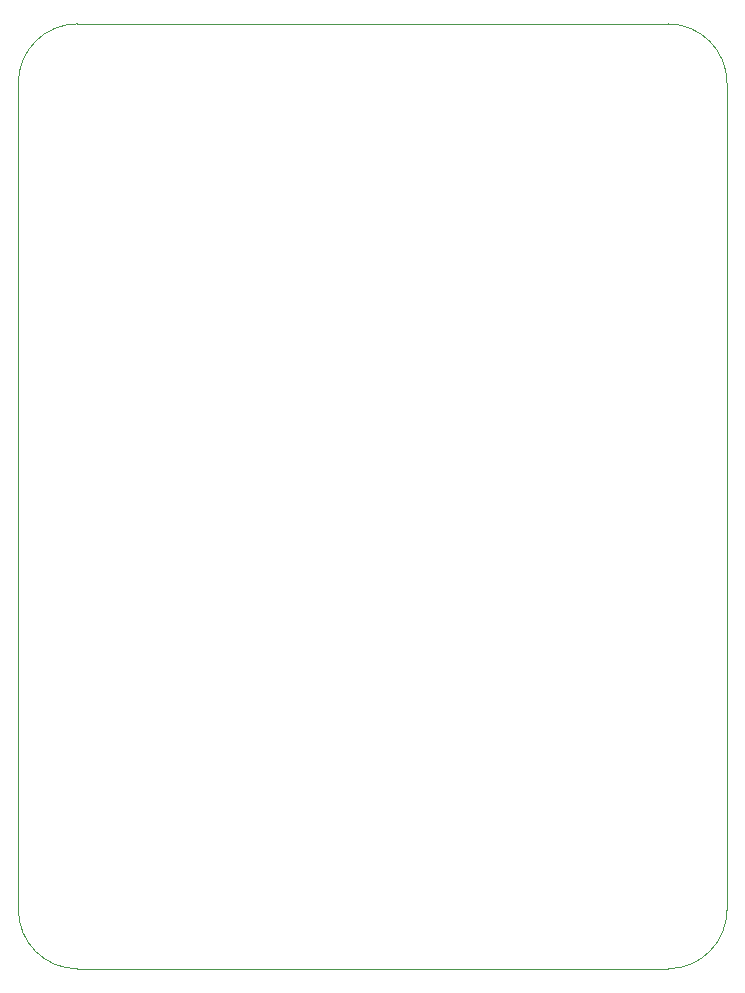
<source format=gbr>
%TF.GenerationSoftware,KiCad,Pcbnew,7.0.1-3b83917a11~172~ubuntu22.04.1*%
%TF.CreationDate,2023-03-21T01:48:30+08:00*%
%TF.ProjectId,PX Martix Board,5058204d-6172-4746-9978-20426f617264,rev?*%
%TF.SameCoordinates,Original*%
%TF.FileFunction,Profile,NP*%
%FSLAX46Y46*%
G04 Gerber Fmt 4.6, Leading zero omitted, Abs format (unit mm)*
G04 Created by KiCad (PCBNEW 7.0.1-3b83917a11~172~ubuntu22.04.1) date 2023-03-21 01:48:30*
%MOMM*%
%LPD*%
G01*
G04 APERTURE LIST*
%TA.AperFunction,Profile*%
%ADD10C,0.100000*%
%TD*%
G04 APERTURE END LIST*
D10*
X162000000Y-44000000D02*
G75*
G03*
X157000000Y-39000000I-5000000J0D01*
G01*
X107000000Y-39000000D02*
G75*
G03*
X102000000Y-44000000I0J-5000000D01*
G01*
X157000000Y-119000000D02*
G75*
G03*
X162000000Y-114000000I0J5000000D01*
G01*
X162000000Y-114000000D02*
X162000000Y-44000000D01*
X107000000Y-119000000D02*
X157000000Y-119000000D01*
X102000000Y-44000000D02*
X102000000Y-114000000D01*
X157000000Y-39000000D02*
X107000000Y-39000000D01*
X102000000Y-114000000D02*
G75*
G03*
X107000000Y-119000000I5000000J0D01*
G01*
M02*

</source>
